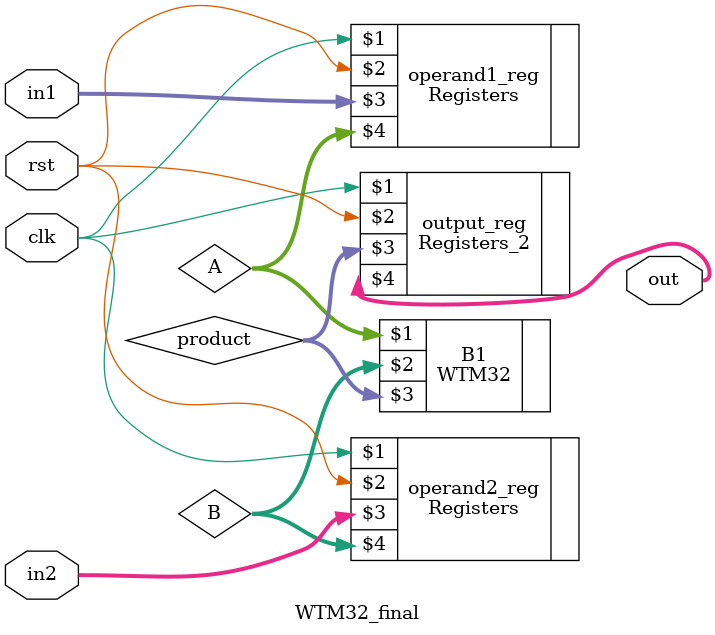
<source format=v>

module WTM32_final (
    input clk,
    input rst,
    input [31:0] in1,
    input [31:0] in2,
    output  [63:0]  out
);


wire [31:0]A;
wire [31:0]B;
wire [63:0]product;


Registers  operand1_reg (clk,rst,in1,A); 
Registers  operand2_reg (clk,rst,in2,B); 

WTM32 B1  (A,B,product);
    
Registers_2  output_reg (clk,rst,product,out); 

endmodule
</source>
